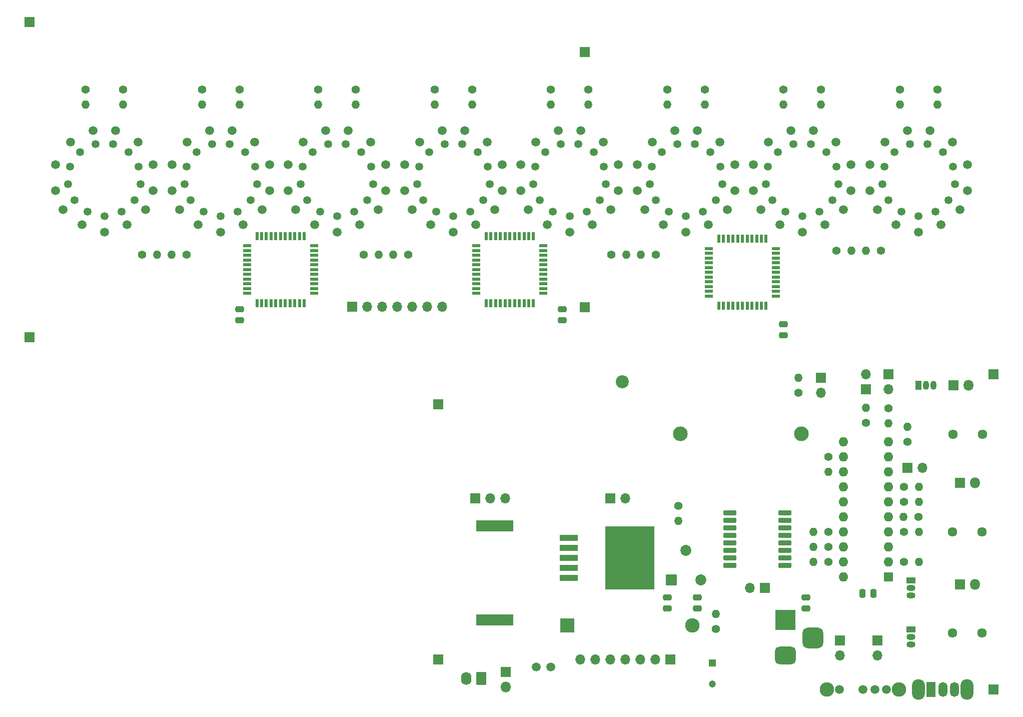
<source format=gbr>
G04 #@! TF.GenerationSoftware,KiCad,Pcbnew,7.0.10*
G04 #@! TF.CreationDate,2024-09-23T02:40:38-05:00*
G04 #@! TF.ProjectId,v2Panel,76325061-6e65-46c2-9e6b-696361645f70,rev?*
G04 #@! TF.SameCoordinates,Original*
G04 #@! TF.FileFunction,Soldermask,Top*
G04 #@! TF.FilePolarity,Negative*
%FSLAX46Y46*%
G04 Gerber Fmt 4.6, Leading zero omitted, Abs format (unit mm)*
G04 Created by KiCad (PCBNEW 7.0.10) date 2024-09-23 02:40:38*
%MOMM*%
%LPD*%
G01*
G04 APERTURE LIST*
G04 Aperture macros list*
%AMRoundRect*
0 Rectangle with rounded corners*
0 $1 Rounding radius*
0 $2 $3 $4 $5 $6 $7 $8 $9 X,Y pos of 4 corners*
0 Add a 4 corners polygon primitive as box body*
4,1,4,$2,$3,$4,$5,$6,$7,$8,$9,$2,$3,0*
0 Add four circle primitives for the rounded corners*
1,1,$1+$1,$2,$3*
1,1,$1+$1,$4,$5*
1,1,$1+$1,$6,$7*
1,1,$1+$1,$8,$9*
0 Add four rect primitives between the rounded corners*
20,1,$1+$1,$2,$3,$4,$5,0*
20,1,$1+$1,$4,$5,$6,$7,0*
20,1,$1+$1,$6,$7,$8,$9,0*
20,1,$1+$1,$8,$9,$2,$3,0*%
G04 Aperture macros list end*
%ADD10C,2.200000*%
%ADD11C,1.400000*%
%ADD12O,1.400000X1.400000*%
%ADD13C,2.484000*%
%ADD14R,1.700000X1.700000*%
%ADD15O,1.700000X1.700000*%
%ADD16R,1.600000X1.600000*%
%ADD17O,1.600000X1.600000*%
%ADD18C,2.454000*%
%ADD19RoundRect,0.102000X-1.125000X-1.125000X1.125000X-1.125000X1.125000X1.125000X-1.125000X1.125000X0*%
%ADD20C,1.512000*%
%ADD21R,1.200000X1.200000*%
%ADD22C,1.200000*%
%ADD23C,1.612000*%
%ADD24R,1.800000X1.800000*%
%ADD25O,1.800000X1.800000*%
%ADD26RoundRect,0.250000X0.475000X-0.250000X0.475000X0.250000X-0.475000X0.250000X-0.475000X-0.250000X0*%
%ADD27RoundRect,0.099250X-1.027750X-0.297750X1.027750X-0.297750X1.027750X0.297750X-1.027750X0.297750X0*%
%ADD28RoundRect,0.250000X0.620000X0.845000X-0.620000X0.845000X-0.620000X-0.845000X0.620000X-0.845000X0*%
%ADD29O,1.740000X2.190000*%
%ADD30R,3.500000X3.500000*%
%ADD31RoundRect,0.750000X1.000000X-0.750000X1.000000X0.750000X-1.000000X0.750000X-1.000000X-0.750000X0*%
%ADD32RoundRect,0.875000X0.875000X-0.875000X0.875000X0.875000X-0.875000X0.875000X-0.875000X-0.875000X0*%
%ADD33RoundRect,0.250000X-0.475000X0.250000X-0.475000X-0.250000X0.475000X-0.250000X0.475000X0.250000X0*%
%ADD34R,1.050000X1.500000*%
%ADD35O,1.050000X1.500000*%
%ADD36R,1.500000X1.050000*%
%ADD37O,1.500000X1.050000*%
%ADD38R,3.050000X1.016000*%
%ADD39R,8.380000X10.660000*%
%ADD40RoundRect,0.250000X0.250000X0.475000X-0.250000X0.475000X-0.250000X-0.475000X0.250000X-0.475000X0*%
%ADD41O,2.200000X3.500000*%
%ADD42R,1.500000X2.500000*%
%ADD43O,1.500000X2.500000*%
%ADD44RoundRect,0.102000X-0.825000X0.825000X-0.825000X-0.825000X0.825000X-0.825000X0.825000X0.825000X0*%
%ADD45C,1.854000*%
%ADD46C,1.346200*%
%ADD47C,1.500000*%
%ADD48R,0.500800X1.355600*%
%ADD49R,1.355600X0.500800*%
%ADD50R,6.350000X1.900000*%
G04 APERTURE END LIST*
D10*
X137784897Y-105226827D03*
D11*
X172659897Y-130626827D03*
D12*
X170119897Y-130626827D03*
D13*
X147642806Y-114037632D03*
X168132806Y-114037632D03*
D14*
X174614897Y-149041827D03*
D15*
X174614897Y-151581827D03*
D14*
X179059897Y-106501827D03*
D15*
X179059897Y-103961827D03*
D16*
X182869897Y-138246827D03*
D17*
X182869897Y-135706827D03*
X182869897Y-133166827D03*
X182869897Y-130626827D03*
X182869897Y-128086827D03*
X182869897Y-125546827D03*
X182869897Y-123006827D03*
X182869897Y-120466827D03*
X182869897Y-117926827D03*
X182869897Y-115386827D03*
X175249897Y-115386827D03*
X175249897Y-117926827D03*
X175249897Y-120466827D03*
X175249897Y-123006827D03*
X175249897Y-125546827D03*
X175249897Y-128086827D03*
X175249897Y-130626827D03*
X175249897Y-133166827D03*
X175249897Y-135706827D03*
X175249897Y-138246827D03*
D11*
X185459897Y-135706827D03*
D12*
X187999897Y-135706827D03*
D18*
X149654897Y-146501827D03*
D19*
X128454897Y-146501827D03*
D20*
X174548800Y-157338826D03*
X178548800Y-157338826D03*
X180548800Y-157338826D03*
X182548800Y-157338826D03*
D18*
X172448800Y-157338826D03*
X184648800Y-157338826D03*
D14*
X106669897Y-152216827D03*
D21*
X153024897Y-152851827D03*
D22*
X153024897Y-156351827D03*
D23*
X198704897Y-130626827D03*
X193704897Y-130626827D03*
D11*
X172709897Y-117976827D03*
D12*
X172709897Y-120516827D03*
D24*
X118099897Y-154346827D03*
D25*
X118099897Y-156886827D03*
D11*
X182869897Y-109721827D03*
D12*
X182869897Y-112261827D03*
D11*
X187899897Y-128086827D03*
D12*
X185359897Y-128086827D03*
D11*
X185459897Y-125546827D03*
D12*
X187999897Y-125546827D03*
D11*
X167629897Y-107081827D03*
D12*
X167629897Y-104541827D03*
D26*
X150484897Y-143641827D03*
X150484897Y-141741827D03*
D27*
X155989897Y-127451827D03*
X155989897Y-128721827D03*
X155989897Y-129991827D03*
X155989897Y-131261827D03*
X155989897Y-132531827D03*
X155989897Y-133801827D03*
X155989897Y-135071827D03*
X155989897Y-136341827D03*
X165299897Y-136341827D03*
X165299897Y-135071827D03*
X165299897Y-133801827D03*
X165299897Y-132531827D03*
X165299897Y-131261827D03*
X165299897Y-129991827D03*
X165299897Y-128721827D03*
X165299897Y-127451827D03*
D24*
X194934897Y-139516827D03*
D25*
X197474897Y-139516827D03*
D20*
X123199897Y-153486827D03*
X125699897Y-153486827D03*
D24*
X193889897Y-105861827D03*
D25*
X196429897Y-105861827D03*
D28*
X113911300Y-155433826D03*
D29*
X111371300Y-155433826D03*
D11*
X185459897Y-123006827D03*
D12*
X187999897Y-123006827D03*
D11*
X179059897Y-112161827D03*
D12*
X179059897Y-109621827D03*
D30*
X165402397Y-145581827D03*
D31*
X165402397Y-151581827D03*
D32*
X170102397Y-148581827D03*
D33*
X168899897Y-141741827D03*
X168899897Y-143641827D03*
D34*
X187949897Y-105861827D03*
D35*
X189219897Y-105861827D03*
X190489897Y-105861827D03*
D11*
X172659897Y-133166827D03*
D12*
X170119897Y-133166827D03*
D36*
X186679897Y-138881827D03*
D37*
X186679897Y-140151827D03*
X186679897Y-141421827D03*
D33*
X145404897Y-141741827D03*
X145404897Y-143641827D03*
D38*
X128749897Y-131667827D03*
X128749897Y-133369827D03*
X128749897Y-135071827D03*
X128749897Y-136773827D03*
X128749897Y-138475827D03*
D39*
X139054897Y-135071827D03*
D11*
X153659897Y-147086827D03*
D12*
X153659897Y-144546827D03*
D40*
X180329897Y-141106827D03*
X178429897Y-141106827D03*
D24*
X194934897Y-122371827D03*
D25*
X197474897Y-122371827D03*
D11*
X186044897Y-115386827D03*
D12*
X186044897Y-112846827D03*
D14*
X161914897Y-140151827D03*
D15*
X159374897Y-140151827D03*
D14*
X145973800Y-152258826D03*
D15*
X143433800Y-152258826D03*
X140893800Y-152258826D03*
X138353800Y-152258826D03*
X135813800Y-152258826D03*
X133273800Y-152258826D03*
X130733800Y-152258826D03*
D41*
X187938800Y-157338826D03*
X196138800Y-157338826D03*
D42*
X190038800Y-157338826D03*
D43*
X192038800Y-157338826D03*
X194038800Y-157338826D03*
D14*
X171439897Y-104586827D03*
D15*
X171439897Y-107126827D03*
D23*
X198704897Y-147771827D03*
X193704897Y-147771827D03*
D44*
X146079897Y-138801827D03*
D45*
X148579897Y-133801827D03*
X151079897Y-138801827D03*
D14*
X182869897Y-103956827D03*
D15*
X182869897Y-106496827D03*
D14*
X186044897Y-119831827D03*
D15*
X188584897Y-119831827D03*
D11*
X147309897Y-126231827D03*
D12*
X147309897Y-128771827D03*
D14*
X200649897Y-157296827D03*
X200649897Y-103956827D03*
X180964897Y-149041827D03*
D15*
X180964897Y-151581827D03*
D46*
X163169388Y-74539295D03*
X173354788Y-74539295D03*
X174406348Y-71768155D03*
X174048208Y-68829375D03*
X172366728Y-66390975D03*
X169742908Y-65014295D03*
X166781268Y-65014295D03*
X164157448Y-66390975D03*
X162475968Y-68829375D03*
X162117828Y-71768155D03*
X168262088Y-77211375D03*
X171137368Y-76502715D03*
X165386808Y-76502715D03*
D11*
X86347088Y-55833935D03*
D12*
X86347088Y-58373935D03*
D47*
X164452088Y-78643935D03*
X146672088Y-62768935D03*
X113017088Y-78643935D03*
D48*
X83959887Y-80586136D03*
X83159886Y-80586136D03*
X82359887Y-80586136D03*
X81559886Y-80586136D03*
X80759888Y-80586136D03*
X79959887Y-80586136D03*
X79159886Y-80586136D03*
X78359888Y-80586136D03*
X77559887Y-80586136D03*
X76759888Y-80586136D03*
X75959887Y-80586136D03*
D49*
X74282088Y-82263935D03*
X74282088Y-83063936D03*
X74282088Y-83863935D03*
X74282088Y-84663936D03*
X74282088Y-85463934D03*
X74282088Y-86263935D03*
X74282088Y-87063936D03*
X74282088Y-87863934D03*
X74282088Y-88663935D03*
X74282088Y-89463934D03*
X74282088Y-90263935D03*
D48*
X75959887Y-91941734D03*
X76759888Y-91941734D03*
X77559887Y-91941734D03*
X78359888Y-91941734D03*
X79159886Y-91941734D03*
X79959887Y-91941734D03*
X80759888Y-91941734D03*
X81559886Y-91941734D03*
X82359887Y-91941734D03*
X83159886Y-91941734D03*
X83959887Y-91941734D03*
D49*
X85637686Y-90263935D03*
X85637686Y-89463934D03*
X85637686Y-88663935D03*
X85637686Y-87863934D03*
X85637686Y-87063936D03*
X85637686Y-86263935D03*
X85637686Y-85463934D03*
X85637686Y-84663936D03*
X85637686Y-83863935D03*
X85637686Y-83063936D03*
X85637686Y-82263935D03*
D47*
X121907088Y-76103935D03*
X50152088Y-79913935D03*
D46*
X182854388Y-74539295D03*
X193039788Y-74539295D03*
X194091348Y-71768155D03*
X193733208Y-68829375D03*
X192051728Y-66390975D03*
X189427908Y-65014295D03*
X186466268Y-65014295D03*
X183842448Y-66390975D03*
X182160968Y-68829375D03*
X181802828Y-71768155D03*
X187947088Y-77211375D03*
X190822368Y-76502715D03*
X185071808Y-76502715D03*
D11*
X125717088Y-55833935D03*
D12*
X125717088Y-58373935D03*
D11*
X46977088Y-55833935D03*
D12*
X46977088Y-58373935D03*
D47*
X156832088Y-68483935D03*
X182232088Y-64673935D03*
X137147088Y-72928935D03*
D46*
X84429388Y-74539295D03*
X94614788Y-74539295D03*
X95666348Y-71768155D03*
X95308208Y-68829375D03*
X93626728Y-66390975D03*
X91002908Y-65014295D03*
X88041268Y-65014295D03*
X85417448Y-66390975D03*
X83735968Y-68829375D03*
X83377828Y-71768155D03*
X89522088Y-77211375D03*
X92397368Y-76502715D03*
X86646808Y-76502715D03*
D47*
X179692088Y-68483935D03*
X155562088Y-76103935D03*
X41897088Y-68483935D03*
D11*
X101537088Y-83723935D03*
D12*
X98997088Y-83723935D03*
D46*
X45059388Y-74539295D03*
X55244788Y-74539295D03*
X56296348Y-71768155D03*
X55938208Y-68829375D03*
X54256728Y-66390975D03*
X51632908Y-65014295D03*
X48671268Y-65014295D03*
X46047448Y-66390975D03*
X44365968Y-68829375D03*
X44007828Y-71768155D03*
X50152088Y-77211375D03*
X53027368Y-76502715D03*
X47276808Y-76502715D03*
D11*
X112382088Y-55833935D03*
D12*
X112382088Y-58373935D03*
D47*
X89522088Y-79913935D03*
X161277088Y-76103935D03*
X83807088Y-64673935D03*
X44437088Y-64673935D03*
X135877088Y-76103935D03*
X196202088Y-72928935D03*
D11*
X165087088Y-55833935D03*
D12*
X165087088Y-58373935D03*
D47*
X96507088Y-76103935D03*
X58407088Y-68483935D03*
D33*
X73012088Y-92933935D03*
X73012088Y-94833935D03*
D47*
X76822088Y-76103935D03*
X170167088Y-62768935D03*
X173977088Y-64673935D03*
X117462088Y-72928935D03*
D11*
X151752088Y-55833935D03*
D12*
X151752088Y-58373935D03*
D47*
X91427088Y-62768935D03*
D11*
X174027088Y-83088935D03*
D12*
X176567088Y-83088935D03*
D47*
X107302088Y-62768935D03*
X62852088Y-76103935D03*
X114922088Y-64673935D03*
X189852088Y-62768935D03*
D11*
X64072088Y-83723935D03*
D12*
X61532088Y-83723935D03*
D48*
X162139289Y-81056135D03*
X161339288Y-81056135D03*
X160539289Y-81056135D03*
X159739288Y-81056135D03*
X158939290Y-81056135D03*
X158139289Y-81056135D03*
X157339288Y-81056135D03*
X156539290Y-81056135D03*
X155739289Y-81056135D03*
X154939290Y-81056135D03*
X154139289Y-81056135D03*
D49*
X152461490Y-82733934D03*
X152461490Y-83533935D03*
X152461490Y-84333934D03*
X152461490Y-85133935D03*
X152461490Y-85933933D03*
X152461490Y-86733934D03*
X152461490Y-87533935D03*
X152461490Y-88333933D03*
X152461490Y-89133934D03*
X152461490Y-89933933D03*
X152461490Y-90733934D03*
D48*
X154139289Y-92411733D03*
X154939290Y-92411733D03*
X155739289Y-92411733D03*
X156539290Y-92411733D03*
X157339288Y-92411733D03*
X158139289Y-92411733D03*
X158939290Y-92411733D03*
X159739288Y-92411733D03*
X160539289Y-92411733D03*
X161339288Y-92411733D03*
X162139289Y-92411733D03*
D49*
X163817088Y-90733934D03*
X163817088Y-89933933D03*
X163817088Y-89133934D03*
X163817088Y-88333933D03*
X163817088Y-87533935D03*
X163817088Y-86733934D03*
X163817088Y-85933933D03*
X163817088Y-85133935D03*
X163817088Y-84333934D03*
X163817088Y-83533935D03*
X163817088Y-82733934D03*
D47*
X120637088Y-72928935D03*
X66027088Y-78643935D03*
D11*
X53327088Y-55833935D03*
D12*
X53327088Y-58373935D03*
D33*
X127622088Y-92933935D03*
X127622088Y-94833935D03*
D47*
X184137088Y-78643935D03*
X175247088Y-76103935D03*
X148577088Y-79913935D03*
D48*
X122769289Y-80586136D03*
X121969288Y-80586136D03*
X121169289Y-80586136D03*
X120369288Y-80586136D03*
X119569290Y-80586136D03*
X118769289Y-80586136D03*
X117969288Y-80586136D03*
X117169290Y-80586136D03*
X116369289Y-80586136D03*
X115569290Y-80586136D03*
X114769289Y-80586136D03*
D49*
X113091490Y-82263935D03*
X113091490Y-83063936D03*
X113091490Y-83863935D03*
X113091490Y-84663936D03*
X113091490Y-85463934D03*
X113091490Y-86263935D03*
X113091490Y-87063936D03*
X113091490Y-87863934D03*
X113091490Y-88663935D03*
X113091490Y-89463934D03*
X113091490Y-90263935D03*
D48*
X114769289Y-91941734D03*
X115569290Y-91941734D03*
X116369289Y-91941734D03*
X117169290Y-91941734D03*
X117969288Y-91941734D03*
X118769289Y-91941734D03*
X119569290Y-91941734D03*
X120369288Y-91941734D03*
X121169289Y-91941734D03*
X121969288Y-91941734D03*
X122769289Y-91941734D03*
D49*
X124447088Y-90263935D03*
X124447088Y-89463934D03*
X124447088Y-88663935D03*
X124447088Y-87863934D03*
X124447088Y-87063936D03*
X124447088Y-86263935D03*
X124447088Y-85463934D03*
X124447088Y-84663936D03*
X124447088Y-83863935D03*
X124447088Y-83063936D03*
X124447088Y-82263935D03*
D47*
X75552088Y-64673935D03*
X144767088Y-78643935D03*
D14*
X37452088Y-97693935D03*
D11*
X92697088Y-55833935D03*
D12*
X92697088Y-58373935D03*
D47*
X93332088Y-78643935D03*
X100952088Y-72928935D03*
D11*
X94017088Y-83723935D03*
D12*
X96557088Y-83723935D03*
D47*
X160007088Y-68483935D03*
X109207088Y-79913935D03*
D11*
X132067088Y-55833935D03*
D12*
X132067088Y-58373935D03*
D46*
X104114388Y-74539295D03*
X114299788Y-74539295D03*
X115351348Y-71768155D03*
X114993208Y-68829375D03*
X113311728Y-66390975D03*
X110687908Y-65014295D03*
X107726268Y-65014295D03*
X105102448Y-66390975D03*
X103420968Y-68829375D03*
X103062828Y-71768155D03*
X109207088Y-77211375D03*
X112082368Y-76502715D03*
X106331808Y-76502715D03*
D47*
X154292088Y-64673935D03*
D14*
X37452088Y-44353935D03*
D47*
X81267088Y-68483935D03*
X176517088Y-68483935D03*
X48247088Y-62768935D03*
X111112088Y-62768935D03*
X186042088Y-62768935D03*
X81267088Y-72928935D03*
X95237088Y-64673935D03*
X120637088Y-68483935D03*
D11*
X171437088Y-55833935D03*
D12*
X171437088Y-58373935D03*
D47*
X137147088Y-68483935D03*
X69837088Y-79913935D03*
X61582088Y-72928935D03*
X132702088Y-78643935D03*
X126987088Y-62768935D03*
D11*
X145402088Y-55833935D03*
D12*
X145402088Y-58373935D03*
D11*
X191122088Y-55833935D03*
D12*
X191122088Y-58373935D03*
D47*
X168262088Y-79913935D03*
X193662088Y-64673935D03*
D11*
X143447088Y-83723935D03*
D12*
X140907088Y-83723935D03*
D33*
X165087088Y-95473935D03*
X165087088Y-97373935D03*
D47*
X57137088Y-76103935D03*
X180962088Y-76103935D03*
X196202088Y-68483935D03*
D14*
X92082088Y-92588935D03*
D15*
X94622088Y-92588935D03*
X97162088Y-92588935D03*
X99702088Y-92588935D03*
X102242088Y-92588935D03*
X104782088Y-92588935D03*
X107322088Y-92588935D03*
D47*
X82537088Y-76103935D03*
X103492088Y-64673935D03*
D11*
X181547088Y-83088935D03*
D12*
X179007088Y-83088935D03*
D47*
X166357088Y-62768935D03*
X46342088Y-78643935D03*
X43167088Y-76103935D03*
X172072088Y-78643935D03*
X117462088Y-68483935D03*
X100952088Y-68483935D03*
X160007088Y-72928935D03*
X125082088Y-78643935D03*
D11*
X184772088Y-55833935D03*
D12*
X184772088Y-58373935D03*
D47*
X78092088Y-72928935D03*
X55867088Y-64673935D03*
D11*
X135927088Y-83723935D03*
D12*
X138467088Y-83723935D03*
D47*
X85712088Y-78643935D03*
D11*
X56552088Y-83723935D03*
D12*
X59092088Y-83723935D03*
D47*
X162547088Y-64673935D03*
X53962088Y-78643935D03*
X71742088Y-62768935D03*
D14*
X131432088Y-92613935D03*
D47*
X194932088Y-76103935D03*
X102222088Y-76103935D03*
X97777088Y-72928935D03*
X41897088Y-72928935D03*
D11*
X73012088Y-55833935D03*
D12*
X73012088Y-58373935D03*
D47*
X64122088Y-64673935D03*
X141592088Y-76103935D03*
X191757088Y-78643935D03*
D46*
X123799388Y-74539295D03*
X133984788Y-74539295D03*
X135036348Y-71768155D03*
X134678208Y-68829375D03*
X132996728Y-66390975D03*
X130372908Y-65014295D03*
X127411268Y-65014295D03*
X124787448Y-66390975D03*
X123105968Y-68829375D03*
X122747828Y-71768155D03*
X128892088Y-77211375D03*
X131767368Y-76502715D03*
X126016808Y-76502715D03*
D11*
X106032088Y-55833935D03*
D12*
X106032088Y-58373935D03*
D47*
X156832088Y-72928935D03*
D46*
X64744388Y-74539295D03*
X74929788Y-74539295D03*
X75981348Y-71768155D03*
X75623208Y-68829375D03*
X73941728Y-66390975D03*
X71317908Y-65014295D03*
X68356268Y-65014295D03*
X65732448Y-66390975D03*
X64050968Y-68829375D03*
X63692828Y-71768155D03*
X69837088Y-77211375D03*
X72712368Y-76502715D03*
X66961808Y-76502715D03*
X143484388Y-74539295D03*
X153669788Y-74539295D03*
X154721348Y-71768155D03*
X154363208Y-68829375D03*
X152681728Y-66390975D03*
X150057908Y-65014295D03*
X147096268Y-65014295D03*
X144472448Y-66390975D03*
X142790968Y-68829375D03*
X142432828Y-71768155D03*
X148577088Y-77211375D03*
X151452368Y-76502715D03*
X145701808Y-76502715D03*
D47*
X61582088Y-68483935D03*
X97777088Y-68483935D03*
X187947088Y-79913935D03*
X87617088Y-62768935D03*
X123177088Y-64673935D03*
D14*
X131432088Y-49433935D03*
D47*
X150482088Y-62768935D03*
X116192088Y-76103935D03*
X179692088Y-72928935D03*
X52057088Y-62768935D03*
X78092088Y-68483935D03*
D11*
X66662088Y-55833935D03*
D12*
X66662088Y-58373935D03*
D47*
X142862088Y-64673935D03*
X67932088Y-62768935D03*
X105397088Y-78643935D03*
X58407088Y-72928935D03*
X130797088Y-62768935D03*
X152387088Y-78643935D03*
X140322088Y-68483935D03*
X176517088Y-72928935D03*
X128892088Y-79913935D03*
X140322088Y-72928935D03*
X134607088Y-64673935D03*
X73647088Y-78643935D03*
D36*
X186679897Y-147136827D03*
D37*
X186679897Y-148406827D03*
X186679897Y-149676827D03*
D23*
X198784897Y-114116827D03*
X193784897Y-114116827D03*
D14*
X135808800Y-124953826D03*
D15*
X138348800Y-124953826D03*
D14*
X112953800Y-124953826D03*
D15*
X115493800Y-124953826D03*
X118033800Y-124953826D03*
D11*
X185459897Y-130626827D03*
D12*
X187999897Y-130626827D03*
D11*
X172659897Y-135706827D03*
D12*
X170119897Y-135706827D03*
D14*
X106669897Y-109036827D03*
D50*
X116194897Y-129661827D03*
X116194897Y-145561827D03*
M02*

</source>
